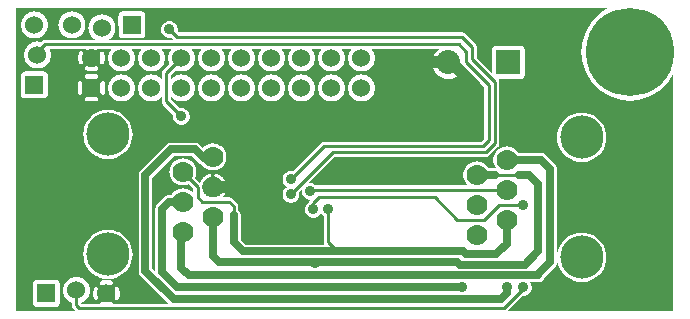
<source format=gbr>
G04 start of page 3 for group 1 idx 1 *
G04 Title: (unknown), solder *
G04 Creator: pcb 20140316 *
G04 CreationDate: Tue 10 May 2016 09:21:36 AM GMT UTC *
G04 For: ndholmes *
G04 Format: Gerber/RS-274X *
G04 PCB-Dimensions (mil): 2220.00 1040.00 *
G04 PCB-Coordinate-Origin: lower left *
%MOIN*%
%FSLAX25Y25*%
%LNBOTTOM*%
%ADD48C,0.0300*%
%ADD47C,0.0480*%
%ADD46C,0.0380*%
%ADD45C,0.1280*%
%ADD44C,0.1285*%
%ADD43C,0.0200*%
%ADD42C,0.0360*%
%ADD41C,0.0700*%
%ADD40C,0.0800*%
%ADD39C,0.0600*%
%ADD38C,0.1440*%
%ADD37C,0.2937*%
%ADD36C,0.0250*%
%ADD35C,0.0400*%
%ADD34C,0.0100*%
%ADD33C,0.0001*%
G54D33*G36*
X96493Y41872D02*X96778Y42157D01*
X96726Y41939D01*
X96691Y41500D01*
X96726Y41061D01*
X96829Y40632D01*
X96997Y40225D01*
X97228Y39849D01*
X97514Y39514D01*
X97849Y39228D01*
X98225Y38997D01*
X98632Y38829D01*
X99061Y38726D01*
X99500Y38691D01*
X99576Y38697D01*
X99481Y38602D01*
X99436Y38564D01*
X99283Y38384D01*
X99159Y38183D01*
X99069Y37965D01*
X99053Y37897D01*
X98849Y37772D01*
X98514Y37486D01*
X98228Y37151D01*
X97997Y36775D01*
X97829Y36368D01*
X97726Y35939D01*
X97691Y35500D01*
X97726Y35061D01*
X97829Y34632D01*
X97997Y34225D01*
X98228Y33849D01*
X98514Y33514D01*
X98849Y33228D01*
X99225Y32997D01*
X99632Y32829D01*
X100061Y32726D01*
X100500Y32691D01*
X100939Y32726D01*
X101368Y32829D01*
X101775Y32997D01*
X102151Y33228D01*
X102486Y33514D01*
X102772Y33849D01*
X103000Y34221D01*
X103228Y33849D01*
X103514Y33514D01*
X103849Y33228D01*
X104000Y33135D01*
Y24559D01*
X103995Y24500D01*
X104014Y24265D01*
X104069Y24035D01*
X104159Y23817D01*
X104200Y23750D01*
X96493D01*
Y41872D01*
G37*
G36*
X116493Y81487D02*X116500Y81486D01*
X117206Y81542D01*
X117895Y81707D01*
X118549Y81978D01*
X119153Y82348D01*
X119692Y82808D01*
X120152Y83347D01*
X120522Y83951D01*
X120793Y84605D01*
X120958Y85294D01*
X121000Y86000D01*
X120958Y86706D01*
X120793Y87395D01*
X120522Y88049D01*
X120152Y88653D01*
X119856Y89000D01*
X142317D01*
X142257Y88963D01*
X141599Y88401D01*
X141037Y87743D01*
X140584Y87005D01*
X140253Y86205D01*
X140051Y85363D01*
X139983Y84500D01*
X140051Y83637D01*
X140253Y82795D01*
X140584Y81995D01*
X141037Y81257D01*
X141599Y80599D01*
X142257Y80037D01*
X142995Y79584D01*
X143795Y79253D01*
X144637Y79051D01*
X145500Y78983D01*
X146363Y79051D01*
X147205Y79253D01*
X148005Y79584D01*
X148743Y80037D01*
X149401Y80599D01*
X149963Y81257D01*
X150416Y81995D01*
X150747Y82795D01*
X150812Y83067D01*
X157500Y76379D01*
Y59121D01*
X156379Y58000D01*
X116493D01*
Y71487D01*
X116500Y71486D01*
X117206Y71542D01*
X117895Y71707D01*
X118549Y71978D01*
X119153Y72348D01*
X119692Y72808D01*
X120152Y73347D01*
X120522Y73951D01*
X120793Y74605D01*
X120958Y75294D01*
X121000Y76000D01*
X120958Y76706D01*
X120793Y77395D01*
X120522Y78049D01*
X120152Y78653D01*
X119692Y79192D01*
X119153Y79652D01*
X118549Y80022D01*
X117895Y80293D01*
X117206Y80458D01*
X116500Y80514D01*
X116493Y80513D01*
Y81487D01*
G37*
G36*
X106493D02*X106500Y81486D01*
X107206Y81542D01*
X107895Y81707D01*
X108549Y81978D01*
X109153Y82348D01*
X109692Y82808D01*
X110152Y83347D01*
X110522Y83951D01*
X110793Y84605D01*
X110958Y85294D01*
X111000Y86000D01*
X110958Y86706D01*
X110793Y87395D01*
X110522Y88049D01*
X110152Y88653D01*
X109856Y89000D01*
X113144D01*
X112848Y88653D01*
X112478Y88049D01*
X112207Y87395D01*
X112042Y86706D01*
X111986Y86000D01*
X112042Y85294D01*
X112207Y84605D01*
X112478Y83951D01*
X112848Y83347D01*
X113308Y82808D01*
X113847Y82348D01*
X114451Y81978D01*
X115105Y81707D01*
X115794Y81542D01*
X116493Y81487D01*
Y80513D01*
X115794Y80458D01*
X115105Y80293D01*
X114451Y80022D01*
X113847Y79652D01*
X113308Y79192D01*
X112848Y78653D01*
X112478Y78049D01*
X112207Y77395D01*
X112042Y76706D01*
X111986Y76000D01*
X112042Y75294D01*
X112207Y74605D01*
X112478Y73951D01*
X112848Y73347D01*
X113308Y72808D01*
X113847Y72348D01*
X114451Y71978D01*
X115105Y71707D01*
X115794Y71542D01*
X116493Y71487D01*
Y58000D01*
X106493D01*
Y71487D01*
X106500Y71486D01*
X107206Y71542D01*
X107895Y71707D01*
X108549Y71978D01*
X109153Y72348D01*
X109692Y72808D01*
X110152Y73347D01*
X110522Y73951D01*
X110793Y74605D01*
X110958Y75294D01*
X111000Y76000D01*
X110958Y76706D01*
X110793Y77395D01*
X110522Y78049D01*
X110152Y78653D01*
X109692Y79192D01*
X109153Y79652D01*
X108549Y80022D01*
X107895Y80293D01*
X107206Y80458D01*
X106500Y80514D01*
X106493Y80513D01*
Y81487D01*
G37*
G36*
X96493D02*X96500Y81486D01*
X97206Y81542D01*
X97895Y81707D01*
X98549Y81978D01*
X99153Y82348D01*
X99692Y82808D01*
X100152Y83347D01*
X100522Y83951D01*
X100793Y84605D01*
X100958Y85294D01*
X101000Y86000D01*
X100958Y86706D01*
X100793Y87395D01*
X100522Y88049D01*
X100152Y88653D01*
X99856Y89000D01*
X103144D01*
X102848Y88653D01*
X102478Y88049D01*
X102207Y87395D01*
X102042Y86706D01*
X101986Y86000D01*
X102042Y85294D01*
X102207Y84605D01*
X102478Y83951D01*
X102848Y83347D01*
X103308Y82808D01*
X103847Y82348D01*
X104451Y81978D01*
X105105Y81707D01*
X105794Y81542D01*
X106493Y81487D01*
Y80513D01*
X105794Y80458D01*
X105105Y80293D01*
X104451Y80022D01*
X103847Y79652D01*
X103308Y79192D01*
X102848Y78653D01*
X102478Y78049D01*
X102207Y77395D01*
X102042Y76706D01*
X101986Y76000D01*
X102042Y75294D01*
X102207Y74605D01*
X102478Y73951D01*
X102848Y73347D01*
X103308Y72808D01*
X103847Y72348D01*
X104451Y71978D01*
X105105Y71707D01*
X105794Y71542D01*
X106493Y71487D01*
Y58000D01*
X104059D01*
X104000Y58005D01*
X103765Y57986D01*
X103535Y57931D01*
X103317Y57841D01*
X103116Y57717D01*
X103115Y57717D01*
X102936Y57564D01*
X102898Y57519D01*
X96493Y51114D01*
Y71487D01*
X96500Y71486D01*
X97206Y71542D01*
X97895Y71707D01*
X98549Y71978D01*
X99153Y72348D01*
X99692Y72808D01*
X100152Y73347D01*
X100522Y73951D01*
X100793Y74605D01*
X100958Y75294D01*
X101000Y76000D01*
X100958Y76706D01*
X100793Y77395D01*
X100522Y78049D01*
X100152Y78653D01*
X99692Y79192D01*
X99153Y79652D01*
X98549Y80022D01*
X97895Y80293D01*
X97206Y80458D01*
X96500Y80514D01*
X96493Y80513D01*
Y81487D01*
G37*
G36*
X86493D02*X86500Y81486D01*
X87206Y81542D01*
X87895Y81707D01*
X88549Y81978D01*
X89153Y82348D01*
X89692Y82808D01*
X90152Y83347D01*
X90522Y83951D01*
X90793Y84605D01*
X90958Y85294D01*
X91000Y86000D01*
X90958Y86706D01*
X90793Y87395D01*
X90522Y88049D01*
X90152Y88653D01*
X89856Y89000D01*
X93144D01*
X92848Y88653D01*
X92478Y88049D01*
X92207Y87395D01*
X92042Y86706D01*
X91986Y86000D01*
X92042Y85294D01*
X92207Y84605D01*
X92478Y83951D01*
X92848Y83347D01*
X93308Y82808D01*
X93847Y82348D01*
X94451Y81978D01*
X95105Y81707D01*
X95794Y81542D01*
X96493Y81487D01*
Y80513D01*
X95794Y80458D01*
X95105Y80293D01*
X94451Y80022D01*
X93847Y79652D01*
X93308Y79192D01*
X92848Y78653D01*
X92478Y78049D01*
X92207Y77395D01*
X92042Y76706D01*
X91986Y76000D01*
X92042Y75294D01*
X92207Y74605D01*
X92478Y73951D01*
X92848Y73347D01*
X93308Y72808D01*
X93847Y72348D01*
X94451Y71978D01*
X95105Y71707D01*
X95794Y71542D01*
X96493Y71487D01*
Y51114D01*
X93611Y48233D01*
X93439Y48274D01*
X93000Y48309D01*
X92561Y48274D01*
X92132Y48171D01*
X91725Y48003D01*
X91349Y47772D01*
X91014Y47486D01*
X90728Y47151D01*
X90497Y46775D01*
X90329Y46368D01*
X90226Y45939D01*
X90191Y45500D01*
X90226Y45061D01*
X90329Y44632D01*
X90497Y44225D01*
X90728Y43849D01*
X91014Y43514D01*
X91349Y43228D01*
X91721Y43000D01*
X91349Y42772D01*
X91014Y42486D01*
X90728Y42151D01*
X90497Y41775D01*
X90329Y41368D01*
X90226Y40939D01*
X90191Y40500D01*
X90226Y40061D01*
X90329Y39632D01*
X90497Y39225D01*
X90728Y38849D01*
X91014Y38514D01*
X91349Y38228D01*
X91725Y37997D01*
X92132Y37829D01*
X92561Y37726D01*
X93000Y37691D01*
X93439Y37726D01*
X93868Y37829D01*
X94275Y37997D01*
X94651Y38228D01*
X94986Y38514D01*
X95272Y38849D01*
X95503Y39225D01*
X95671Y39632D01*
X95774Y40061D01*
X95800Y40500D01*
X95774Y40939D01*
X95733Y41111D01*
X96493Y41872D01*
Y23750D01*
X86493D01*
Y71487D01*
X86500Y71486D01*
X87206Y71542D01*
X87895Y71707D01*
X88549Y71978D01*
X89153Y72348D01*
X89692Y72808D01*
X90152Y73347D01*
X90522Y73951D01*
X90793Y74605D01*
X90958Y75294D01*
X91000Y76000D01*
X90958Y76706D01*
X90793Y77395D01*
X90522Y78049D01*
X90152Y78653D01*
X89692Y79192D01*
X89153Y79652D01*
X88549Y80022D01*
X87895Y80293D01*
X87206Y80458D01*
X86500Y80514D01*
X86493Y80513D01*
Y81487D01*
G37*
G36*
X76493D02*X76500Y81486D01*
X77206Y81542D01*
X77895Y81707D01*
X78549Y81978D01*
X79153Y82348D01*
X79692Y82808D01*
X80152Y83347D01*
X80522Y83951D01*
X80793Y84605D01*
X80958Y85294D01*
X81000Y86000D01*
X80958Y86706D01*
X80793Y87395D01*
X80522Y88049D01*
X80152Y88653D01*
X79856Y89000D01*
X83144D01*
X82848Y88653D01*
X82478Y88049D01*
X82207Y87395D01*
X82042Y86706D01*
X81986Y86000D01*
X82042Y85294D01*
X82207Y84605D01*
X82478Y83951D01*
X82848Y83347D01*
X83308Y82808D01*
X83847Y82348D01*
X84451Y81978D01*
X85105Y81707D01*
X85794Y81542D01*
X86493Y81487D01*
Y80513D01*
X85794Y80458D01*
X85105Y80293D01*
X84451Y80022D01*
X83847Y79652D01*
X83308Y79192D01*
X82848Y78653D01*
X82478Y78049D01*
X82207Y77395D01*
X82042Y76706D01*
X81986Y76000D01*
X82042Y75294D01*
X82207Y74605D01*
X82478Y73951D01*
X82848Y73347D01*
X83308Y72808D01*
X83847Y72348D01*
X84451Y71978D01*
X85105Y71707D01*
X85794Y71542D01*
X86493Y71487D01*
Y23750D01*
X77932D01*
X76493Y25189D01*
Y71487D01*
X76500Y71486D01*
X77206Y71542D01*
X77895Y71707D01*
X78549Y71978D01*
X79153Y72348D01*
X79692Y72808D01*
X80152Y73347D01*
X80522Y73951D01*
X80793Y74605D01*
X80958Y75294D01*
X81000Y76000D01*
X80958Y76706D01*
X80793Y77395D01*
X80522Y78049D01*
X80152Y78653D01*
X79692Y79192D01*
X79153Y79652D01*
X78549Y80022D01*
X77895Y80293D01*
X77206Y80458D01*
X76500Y80514D01*
X76493Y80513D01*
Y81487D01*
G37*
G36*
X69431Y82585D02*X69692Y82808D01*
X70152Y83347D01*
X70522Y83951D01*
X70793Y84605D01*
X70958Y85294D01*
X71000Y86000D01*
X70958Y86706D01*
X70793Y87395D01*
X70522Y88049D01*
X70152Y88653D01*
X69856Y89000D01*
X73144D01*
X72848Y88653D01*
X72478Y88049D01*
X72207Y87395D01*
X72042Y86706D01*
X71986Y86000D01*
X72042Y85294D01*
X72207Y84605D01*
X72478Y83951D01*
X72848Y83347D01*
X73308Y82808D01*
X73847Y82348D01*
X74451Y81978D01*
X75105Y81707D01*
X75794Y81542D01*
X76493Y81487D01*
Y80513D01*
X75794Y80458D01*
X75105Y80293D01*
X74451Y80022D01*
X73847Y79652D01*
X73308Y79192D01*
X72848Y78653D01*
X72478Y78049D01*
X72207Y77395D01*
X72042Y76706D01*
X71986Y76000D01*
X72042Y75294D01*
X72207Y74605D01*
X72478Y73951D01*
X72848Y73347D01*
X73308Y72808D01*
X73847Y72348D01*
X74451Y71978D01*
X75105Y71707D01*
X75794Y71542D01*
X76493Y71487D01*
Y25189D01*
X76250Y25432D01*
Y33500D01*
X76229Y33853D01*
X76146Y34197D01*
X76011Y34525D01*
X75826Y34827D01*
X75596Y35096D01*
X75500Y35178D01*
Y36441D01*
X75505Y36500D01*
X75486Y36735D01*
X75486Y36735D01*
X75431Y36965D01*
X75341Y37183D01*
X75217Y37384D01*
X75064Y37564D01*
X75019Y37602D01*
X73602Y39019D01*
X73564Y39064D01*
X73384Y39217D01*
X73183Y39341D01*
X72965Y39431D01*
X72735Y39486D01*
X72500Y39505D01*
X72441Y39500D01*
X69831D01*
X69889Y39544D01*
X70185Y39815D01*
X70456Y40111D01*
X70700Y40431D01*
X70914Y40771D01*
X71097Y41128D01*
X71248Y41501D01*
X71364Y41886D01*
X71379Y41964D01*
X71380Y42043D01*
X71368Y42121D01*
X71345Y42197D01*
X71310Y42268D01*
X71264Y42333D01*
X71209Y42390D01*
X71146Y42437D01*
X71076Y42474D01*
X71001Y42500D01*
X70923Y42513D01*
X70843Y42514D01*
X70765Y42503D01*
X70689Y42480D01*
X70618Y42445D01*
X70553Y42399D01*
X70496Y42344D01*
X70449Y42280D01*
X70412Y42210D01*
X70388Y42135D01*
X70301Y41835D01*
X70184Y41546D01*
X70041Y41268D01*
X69875Y41004D01*
X69686Y40756D01*
X69475Y40525D01*
X69431Y40485D01*
Y45515D01*
X69475Y45475D01*
X69686Y45244D01*
X69875Y44996D01*
X70041Y44732D01*
X70184Y44454D01*
X70301Y44165D01*
X70391Y43866D01*
X70415Y43791D01*
X70452Y43721D01*
X70499Y43658D01*
X70555Y43604D01*
X70620Y43558D01*
X70690Y43524D01*
X70766Y43500D01*
X70843Y43489D01*
X70922Y43490D01*
X71000Y43504D01*
X71074Y43529D01*
X71144Y43566D01*
X71207Y43613D01*
X71262Y43669D01*
X71307Y43734D01*
X71342Y43804D01*
X71365Y43880D01*
X71376Y43957D01*
X71375Y44036D01*
X71360Y44113D01*
X71248Y44499D01*
X71097Y44872D01*
X70914Y45229D01*
X70700Y45569D01*
X70456Y45889D01*
X70185Y46185D01*
X69889Y46456D01*
X69569Y46700D01*
X69431Y46787D01*
Y49212D01*
X69653Y49348D01*
X70192Y49808D01*
X70652Y50347D01*
X71022Y50951D01*
X71293Y51605D01*
X71458Y52294D01*
X71500Y53000D01*
X71458Y53706D01*
X71293Y54395D01*
X71022Y55049D01*
X70652Y55653D01*
X70192Y56192D01*
X69653Y56652D01*
X69431Y56788D01*
Y72585D01*
X69692Y72808D01*
X70152Y73347D01*
X70522Y73951D01*
X70793Y74605D01*
X70958Y75294D01*
X71000Y76000D01*
X70958Y76706D01*
X70793Y77395D01*
X70522Y78049D01*
X70152Y78653D01*
X69692Y79192D01*
X69431Y79415D01*
Y82585D01*
G37*
G36*
Y56788D02*X69049Y57022D01*
X68395Y57293D01*
X67706Y57458D01*
X67000Y57514D01*
X66493Y57474D01*
Y71487D01*
X66500Y71486D01*
X67206Y71542D01*
X67895Y71707D01*
X68549Y71978D01*
X69153Y72348D01*
X69431Y72585D01*
Y56788D01*
G37*
G36*
Y40485D02*X69244Y40314D01*
X68996Y40125D01*
X68732Y39959D01*
X68454Y39816D01*
X68165Y39699D01*
X67866Y39609D01*
X67791Y39585D01*
X67721Y39548D01*
X67658Y39501D01*
X67657Y39500D01*
X66493D01*
Y46744D01*
X66500Y46766D01*
X66511Y46844D01*
X66510Y46922D01*
X66496Y47000D01*
X66493Y47009D01*
Y48526D01*
X67000Y48486D01*
X67706Y48542D01*
X68395Y48707D01*
X69049Y48978D01*
X69431Y49212D01*
Y46787D01*
X69229Y46914D01*
X68872Y47097D01*
X68499Y47248D01*
X68114Y47364D01*
X68036Y47379D01*
X67957Y47380D01*
X67879Y47368D01*
X67803Y47345D01*
X67732Y47310D01*
X67667Y47264D01*
X67610Y47209D01*
X67563Y47146D01*
X67526Y47076D01*
X67500Y47001D01*
X67487Y46923D01*
X67486Y46843D01*
X67497Y46765D01*
X67520Y46689D01*
X67555Y46618D01*
X67601Y46553D01*
X67656Y46496D01*
X67720Y46449D01*
X67790Y46412D01*
X67865Y46388D01*
X68165Y46301D01*
X68454Y46184D01*
X68732Y46041D01*
X68996Y45875D01*
X69244Y45686D01*
X69431Y45515D01*
Y40485D01*
G37*
G36*
X66493Y81487D02*X66500Y81486D01*
X67206Y81542D01*
X67895Y81707D01*
X68549Y81978D01*
X69153Y82348D01*
X69431Y82585D01*
Y79415D01*
X69153Y79652D01*
X68549Y80022D01*
X67895Y80293D01*
X67206Y80458D01*
X66500Y80514D01*
X66493Y80513D01*
Y81487D01*
G37*
G36*
Y47009D02*X66471Y47074D01*
X66434Y47144D01*
X66387Y47207D01*
X66331Y47262D01*
X66266Y47307D01*
X66196Y47342D01*
X66120Y47365D01*
X66043Y47376D01*
X65964Y47375D01*
X65887Y47360D01*
X65501Y47248D01*
X65128Y47097D01*
X64771Y46914D01*
X64431Y46700D01*
X64111Y46456D01*
X63815Y46185D01*
X63544Y45889D01*
X63300Y45569D01*
X63086Y45229D01*
X62903Y44872D01*
X62752Y44499D01*
X62722Y44399D01*
X61065Y46056D01*
X61293Y46605D01*
X61458Y47294D01*
X61500Y48000D01*
X61458Y48706D01*
X61293Y49395D01*
X61022Y50049D01*
X60652Y50653D01*
X60192Y51192D01*
X59653Y51652D01*
X59049Y52022D01*
X58395Y52293D01*
X57706Y52458D01*
X57000Y52514D01*
X56294Y52458D01*
X55605Y52293D01*
X54951Y52022D01*
X54347Y51652D01*
X53808Y51192D01*
X53348Y50653D01*
X52978Y50049D01*
X52707Y49395D01*
X52542Y48706D01*
X52486Y48000D01*
X52542Y47294D01*
X52707Y46605D01*
X52978Y45951D01*
X53348Y45347D01*
X53808Y44808D01*
X54347Y44348D01*
X54951Y43978D01*
X55605Y43707D01*
X56294Y43542D01*
X57000Y43486D01*
X57706Y43542D01*
X58395Y43707D01*
X58944Y43935D01*
X60500Y42379D01*
Y40831D01*
X60192Y41192D01*
X59653Y41652D01*
X59049Y42022D01*
X58395Y42293D01*
X57706Y42458D01*
X57000Y42514D01*
X56294Y42458D01*
X55605Y42293D01*
X54951Y42022D01*
X54347Y41652D01*
X53808Y41192D01*
X53348Y40653D01*
X53101Y40250D01*
X52588D01*
X52500Y40257D01*
X52147Y40229D01*
X51803Y40146D01*
X51475Y40011D01*
X51173Y39826D01*
X51173Y39826D01*
X50904Y39596D01*
X50847Y39529D01*
X48471Y37153D01*
X48404Y37096D01*
X48174Y36827D01*
X47989Y36525D01*
X47854Y36197D01*
X47771Y35853D01*
X47771Y35853D01*
X47743Y35500D01*
X47750Y35412D01*
Y14932D01*
X46750Y15932D01*
Y46068D01*
X53932Y53250D01*
X60068D01*
X62347Y50971D01*
X62404Y50904D01*
X62673Y50674D01*
X62673Y50674D01*
X62861Y50559D01*
X62975Y50489D01*
X63303Y50354D01*
X63353Y50341D01*
X63808Y49808D01*
X64347Y49348D01*
X64951Y48978D01*
X65605Y48707D01*
X66294Y48542D01*
X66493Y48526D01*
Y47009D01*
G37*
G36*
Y39500D02*X66347D01*
X66344Y39504D01*
X66280Y39551D01*
X66210Y39588D01*
X66135Y39612D01*
X65835Y39699D01*
X65546Y39816D01*
X65268Y39959D01*
X65004Y40125D01*
X64756Y40314D01*
X64525Y40525D01*
X64314Y40756D01*
X64125Y41004D01*
X63959Y41268D01*
X63816Y41546D01*
X63699Y41835D01*
X63609Y42134D01*
X63585Y42209D01*
X63548Y42279D01*
X63501Y42342D01*
X63500Y42343D01*
Y42941D01*
X63505Y43000D01*
X63486Y43235D01*
X63486Y43235D01*
X63431Y43465D01*
X63391Y43562D01*
X63447Y43601D01*
X63504Y43656D01*
X63551Y43720D01*
X63588Y43790D01*
X63612Y43865D01*
X63699Y44165D01*
X63816Y44454D01*
X63959Y44732D01*
X64125Y44996D01*
X64314Y45244D01*
X64525Y45475D01*
X64756Y45686D01*
X65004Y45875D01*
X65268Y46041D01*
X65546Y46184D01*
X65835Y46301D01*
X66134Y46391D01*
X66209Y46415D01*
X66279Y46452D01*
X66342Y46499D01*
X66396Y46555D01*
X66442Y46620D01*
X66476Y46690D01*
X66493Y46744D01*
Y39500D01*
G37*
G36*
X42000Y75824D02*X42042Y75294D01*
X42207Y74605D01*
X42478Y73951D01*
X42848Y73347D01*
X43308Y72808D01*
X43847Y72348D01*
X44451Y71978D01*
X45105Y71707D01*
X45794Y71542D01*
X46500Y71486D01*
X47206Y71542D01*
X47895Y71707D01*
X48549Y71978D01*
X49153Y72348D01*
X49692Y72808D01*
X50000Y73169D01*
Y71559D01*
X49995Y71500D01*
X50014Y71265D01*
X50069Y71035D01*
X50159Y70817D01*
X50283Y70616D01*
X50436Y70436D01*
X50481Y70398D01*
X53767Y67111D01*
X53726Y66939D01*
X53691Y66500D01*
X53726Y66061D01*
X53829Y65632D01*
X53997Y65225D01*
X54228Y64849D01*
X54514Y64514D01*
X54849Y64228D01*
X55225Y63997D01*
X55632Y63829D01*
X56061Y63726D01*
X56500Y63691D01*
X56939Y63726D01*
X57368Y63829D01*
X57775Y63997D01*
X58151Y64228D01*
X58486Y64514D01*
X58772Y64849D01*
X59003Y65225D01*
X59171Y65632D01*
X59274Y66061D01*
X59300Y66500D01*
X59274Y66939D01*
X59171Y67368D01*
X59003Y67775D01*
X58772Y68151D01*
X58486Y68486D01*
X58151Y68772D01*
X57775Y69003D01*
X57368Y69171D01*
X56939Y69274D01*
X56500Y69309D01*
X56061Y69274D01*
X55889Y69233D01*
X53000Y72121D01*
Y73169D01*
X53308Y72808D01*
X53847Y72348D01*
X54451Y71978D01*
X55105Y71707D01*
X55794Y71542D01*
X56500Y71486D01*
X57206Y71542D01*
X57895Y71707D01*
X58549Y71978D01*
X59153Y72348D01*
X59692Y72808D01*
X60152Y73347D01*
X60522Y73951D01*
X60793Y74605D01*
X60958Y75294D01*
X61000Y76000D01*
X60958Y76706D01*
X60793Y77395D01*
X60522Y78049D01*
X60152Y78653D01*
X59692Y79192D01*
X59153Y79652D01*
X58549Y80022D01*
X57895Y80293D01*
X57206Y80458D01*
X56500Y80514D01*
X55794Y80458D01*
X55105Y80293D01*
X54451Y80022D01*
X53847Y79652D01*
X53308Y79192D01*
X53000Y78831D01*
Y80379D01*
X54556Y81935D01*
X55105Y81707D01*
X55794Y81542D01*
X56500Y81486D01*
X57206Y81542D01*
X57895Y81707D01*
X58549Y81978D01*
X59153Y82348D01*
X59692Y82808D01*
X60152Y83347D01*
X60522Y83951D01*
X60793Y84605D01*
X60958Y85294D01*
X61000Y86000D01*
X60958Y86706D01*
X60793Y87395D01*
X60522Y88049D01*
X60152Y88653D01*
X59856Y89000D01*
X63144D01*
X62848Y88653D01*
X62478Y88049D01*
X62207Y87395D01*
X62042Y86706D01*
X61986Y86000D01*
X62042Y85294D01*
X62207Y84605D01*
X62478Y83951D01*
X62848Y83347D01*
X63308Y82808D01*
X63847Y82348D01*
X64451Y81978D01*
X65105Y81707D01*
X65794Y81542D01*
X66493Y81487D01*
Y80513D01*
X65794Y80458D01*
X65105Y80293D01*
X64451Y80022D01*
X63847Y79652D01*
X63308Y79192D01*
X62848Y78653D01*
X62478Y78049D01*
X62207Y77395D01*
X62042Y76706D01*
X61986Y76000D01*
X62042Y75294D01*
X62207Y74605D01*
X62478Y73951D01*
X62848Y73347D01*
X63308Y72808D01*
X63847Y72348D01*
X64451Y71978D01*
X65105Y71707D01*
X65794Y71542D01*
X66493Y71487D01*
Y57474D01*
X66294Y57458D01*
X65605Y57293D01*
X64951Y57022D01*
X64347Y56652D01*
X63808Y56192D01*
X63662Y56020D01*
X62653Y57029D01*
X62596Y57096D01*
X62327Y57326D01*
X62327Y57326D01*
X62212Y57396D01*
X62025Y57511D01*
X61793Y57607D01*
X61697Y57646D01*
X61353Y57729D01*
X61000Y57757D01*
X60912Y57750D01*
X53088D01*
X53000Y57757D01*
X52647Y57729D01*
X52303Y57646D01*
X51975Y57511D01*
X51673Y57326D01*
X51673Y57326D01*
X51404Y57096D01*
X51347Y57029D01*
X42971Y48653D01*
X42904Y48596D01*
X42674Y48327D01*
X42489Y48025D01*
X42354Y47697D01*
X42271Y47353D01*
X42271Y47353D01*
X42243Y47000D01*
X42250Y46912D01*
Y15088D01*
X42243Y15000D01*
X42271Y14647D01*
X42354Y14303D01*
X42489Y13975D01*
X42674Y13673D01*
X42674Y13673D01*
X42904Y13404D01*
X42971Y13347D01*
X52318Y4000D01*
X42000D01*
Y52385D01*
X42061Y52439D01*
X44061Y54439D01*
X44217Y54616D01*
X44341Y54817D01*
X44431Y55035D01*
X44486Y55265D01*
X44505Y55500D01*
X44486Y55735D01*
X44431Y55965D01*
X44341Y56183D01*
X44217Y56384D01*
X44064Y56564D01*
X43884Y56717D01*
X43683Y56841D01*
X43465Y56931D01*
X43235Y56986D01*
X43000Y57005D01*
X42765Y56986D01*
X42535Y56931D01*
X42317Y56841D01*
X42116Y56717D01*
X42000Y56615D01*
Y75824D01*
G37*
G36*
Y85824D02*X42042Y85294D01*
X42207Y84605D01*
X42478Y83951D01*
X42848Y83347D01*
X43308Y82808D01*
X43847Y82348D01*
X44451Y81978D01*
X45105Y81707D01*
X45794Y81542D01*
X46500Y81486D01*
X47206Y81542D01*
X47895Y81707D01*
X48549Y81978D01*
X49153Y82348D01*
X49692Y82808D01*
X50152Y83347D01*
X50522Y83951D01*
X50793Y84605D01*
X50958Y85294D01*
X51000Y86000D01*
X50958Y86706D01*
X50793Y87395D01*
X50522Y88049D01*
X50152Y88653D01*
X49856Y89000D01*
X53144D01*
X52848Y88653D01*
X52478Y88049D01*
X52207Y87395D01*
X52042Y86706D01*
X51986Y86000D01*
X52042Y85294D01*
X52207Y84605D01*
X52435Y84056D01*
X50481Y82102D01*
X50436Y82064D01*
X50283Y81884D01*
X50159Y81683D01*
X50069Y81465D01*
X50014Y81235D01*
X50014Y81235D01*
X49995Y81000D01*
X50000Y80941D01*
Y78831D01*
X49692Y79192D01*
X49153Y79652D01*
X48549Y80022D01*
X47895Y80293D01*
X47206Y80458D01*
X46500Y80514D01*
X45794Y80458D01*
X45105Y80293D01*
X44451Y80022D01*
X43847Y79652D01*
X43308Y79192D01*
X42848Y78653D01*
X42478Y78049D01*
X42207Y77395D01*
X42042Y76706D01*
X42000Y76176D01*
Y85824D01*
G37*
G36*
Y89000D02*X43144D01*
X42848Y88653D01*
X42478Y88049D01*
X42207Y87395D01*
X42042Y86706D01*
X42000Y86176D01*
Y89000D01*
G37*
G36*
X189912Y86141D02*X189966Y85460D01*
X190561Y82983D01*
X191535Y80630D01*
X192866Y78458D01*
X194521Y76521D01*
X196458Y74866D01*
X198630Y73535D01*
X200983Y72561D01*
X203460Y71966D01*
X206000Y71766D01*
X208540Y71966D01*
X211017Y72561D01*
X213370Y73535D01*
X215542Y74866D01*
X217479Y76521D01*
X219134Y78458D01*
X220465Y80630D01*
X220500Y80716D01*
Y1500D01*
X189912D01*
Y11276D01*
X189925Y11275D01*
X191212Y11376D01*
X192467Y11677D01*
X193659Y12171D01*
X194760Y12846D01*
X195741Y13684D01*
X196579Y14665D01*
X197254Y15766D01*
X197748Y16958D01*
X198049Y18213D01*
X198125Y19500D01*
X198049Y20787D01*
X197748Y22042D01*
X197254Y23234D01*
X196579Y24335D01*
X195741Y25316D01*
X194760Y26154D01*
X193659Y26829D01*
X192467Y27323D01*
X191212Y27624D01*
X189925Y27725D01*
X189912Y27724D01*
Y51276D01*
X189925Y51275D01*
X191212Y51376D01*
X192467Y51677D01*
X193659Y52171D01*
X194760Y52846D01*
X195741Y53684D01*
X196579Y54665D01*
X197254Y55766D01*
X197748Y56958D01*
X198049Y58213D01*
X198125Y59500D01*
X198049Y60787D01*
X197748Y62042D01*
X197254Y63234D01*
X196579Y64335D01*
X195741Y65316D01*
X194760Y66154D01*
X193659Y66829D01*
X192467Y67323D01*
X191212Y67624D01*
X189925Y67725D01*
X189912Y67724D01*
Y86141D01*
G37*
G36*
Y102500D02*X198716D01*
X198630Y102465D01*
X196458Y101134D01*
X194521Y99479D01*
X192866Y97542D01*
X191535Y95370D01*
X190561Y93017D01*
X189966Y90540D01*
X189912Y89859D01*
Y102500D01*
G37*
G36*
Y1500D02*X165121D01*
X170326Y6705D01*
X170500Y6691D01*
X170939Y6726D01*
X171368Y6829D01*
X171775Y6997D01*
X172151Y7228D01*
X172486Y7514D01*
X172772Y7849D01*
X173003Y8225D01*
X173171Y8632D01*
X173274Y9061D01*
X173300Y9500D01*
X173274Y9939D01*
X173171Y10368D01*
X173003Y10775D01*
X172772Y11151D01*
X172688Y11250D01*
X174912D01*
X175000Y11243D01*
X175088Y11250D01*
X175500D01*
X175853Y11271D01*
X176197Y11354D01*
X176525Y11489D01*
X176827Y11674D01*
X177096Y11904D01*
X177326Y12173D01*
X177511Y12475D01*
X177646Y12803D01*
X177698Y13016D01*
X181029Y16347D01*
X181096Y16404D01*
X181326Y16673D01*
X181326Y16673D01*
X181511Y16975D01*
X181646Y17303D01*
X181729Y17647D01*
X181757Y18000D01*
X181750Y18088D01*
Y18861D01*
X181801Y18213D01*
X182102Y16958D01*
X182596Y15766D01*
X183271Y14665D01*
X184109Y13684D01*
X185090Y12846D01*
X186191Y12171D01*
X187383Y11677D01*
X188638Y11376D01*
X189912Y11276D01*
Y1500D01*
G37*
G36*
X152094Y43500D02*X101470D01*
X101151Y43772D01*
X100775Y44003D01*
X100368Y44171D01*
X99939Y44274D01*
X99500Y44309D01*
X99061Y44274D01*
X98843Y44222D01*
X107621Y53000D01*
X157941D01*
X158000Y52995D01*
X158235Y53014D01*
X158235Y53014D01*
X158465Y53069D01*
X158683Y53159D01*
X158884Y53283D01*
X159064Y53436D01*
X159102Y53481D01*
X162019Y56398D01*
X162064Y56436D01*
X162217Y56615D01*
X162217Y56616D01*
X162341Y56817D01*
X162431Y57035D01*
X162486Y57265D01*
X162505Y57500D01*
X162500Y57559D01*
Y77941D01*
X162505Y78000D01*
X162486Y78235D01*
X162431Y78465D01*
X162341Y78683D01*
X162217Y78884D01*
X162118Y79001D01*
X169735Y79014D01*
X169965Y79069D01*
X170183Y79159D01*
X170384Y79283D01*
X170564Y79436D01*
X170717Y79616D01*
X170841Y79817D01*
X170931Y80035D01*
X170986Y80265D01*
X171000Y80500D01*
X170986Y88735D01*
X170931Y88965D01*
X170841Y89183D01*
X170717Y89384D01*
X170564Y89564D01*
X170384Y89717D01*
X170183Y89841D01*
X169965Y89931D01*
X169735Y89986D01*
X169500Y90000D01*
X161265Y89986D01*
X161035Y89931D01*
X160817Y89841D01*
X160616Y89717D01*
X160436Y89564D01*
X160283Y89384D01*
X160159Y89183D01*
X160069Y88965D01*
X160014Y88735D01*
X160000Y88500D01*
X160012Y81109D01*
X155000Y86121D01*
Y89441D01*
X155005Y89500D01*
X154986Y89735D01*
X154931Y89965D01*
X154841Y90183D01*
X154717Y90384D01*
X154564Y90564D01*
X154519Y90602D01*
X151102Y94019D01*
X151064Y94064D01*
X150884Y94217D01*
X150683Y94341D01*
X150465Y94431D01*
X150235Y94486D01*
X150000Y94505D01*
X149941Y94500D01*
X55621D01*
X55233Y94889D01*
X55274Y95061D01*
X55300Y95500D01*
X55274Y95939D01*
X55171Y96368D01*
X55003Y96775D01*
X54772Y97151D01*
X54486Y97486D01*
X54151Y97772D01*
X53775Y98003D01*
X53368Y98171D01*
X52939Y98274D01*
X52500Y98309D01*
X52061Y98274D01*
X51632Y98171D01*
X51225Y98003D01*
X50849Y97772D01*
X50514Y97486D01*
X50228Y97151D01*
X49997Y96775D01*
X49829Y96368D01*
X49726Y95939D01*
X49691Y95500D01*
X49726Y95061D01*
X49829Y94632D01*
X49997Y94225D01*
X50228Y93849D01*
X50514Y93514D01*
X50849Y93228D01*
X51225Y92997D01*
X51632Y92829D01*
X52061Y92726D01*
X52500Y92691D01*
X52939Y92726D01*
X53111Y92767D01*
X53879Y92000D01*
X42000D01*
Y92511D01*
X43235Y92514D01*
X43465Y92569D01*
X43683Y92659D01*
X43884Y92783D01*
X44064Y92936D01*
X44217Y93116D01*
X44341Y93317D01*
X44431Y93535D01*
X44486Y93765D01*
X44500Y94000D01*
X44486Y100235D01*
X44431Y100465D01*
X44341Y100683D01*
X44217Y100884D01*
X44064Y101064D01*
X43884Y101217D01*
X43683Y101341D01*
X43465Y101431D01*
X43235Y101486D01*
X43000Y101500D01*
X42000Y101498D01*
Y102500D01*
X189912D01*
Y89859D01*
X189766Y88000D01*
X189912Y86141D01*
Y67724D01*
X188638Y67624D01*
X187383Y67323D01*
X186191Y66829D01*
X185090Y66154D01*
X184109Y65316D01*
X183271Y64335D01*
X182596Y63234D01*
X182102Y62042D01*
X181801Y60787D01*
X181700Y59500D01*
X181801Y58213D01*
X182102Y56958D01*
X182596Y55766D01*
X183271Y54665D01*
X184109Y53684D01*
X185090Y52846D01*
X186191Y52171D01*
X187383Y51677D01*
X188638Y51376D01*
X189912Y51276D01*
Y27724D01*
X188638Y27624D01*
X187383Y27323D01*
X186191Y26829D01*
X185090Y26154D01*
X184109Y25316D01*
X183271Y24335D01*
X182596Y23234D01*
X182102Y22042D01*
X181801Y20787D01*
X181750Y20139D01*
Y48912D01*
X181757Y49000D01*
X181729Y49353D01*
X181729Y49353D01*
X181646Y49697D01*
X181511Y50025D01*
X181326Y50327D01*
X181096Y50596D01*
X181029Y50653D01*
X178153Y53529D01*
X178096Y53596D01*
X177827Y53826D01*
X177525Y54011D01*
X177197Y54146D01*
X176853Y54229D01*
X176853Y54229D01*
X176500Y54257D01*
X176412Y54250D01*
X168824D01*
X168577Y54653D01*
X168117Y55192D01*
X167578Y55652D01*
X166974Y56022D01*
X166320Y56293D01*
X165631Y56458D01*
X164925Y56514D01*
X164219Y56458D01*
X163530Y56293D01*
X162876Y56022D01*
X162272Y55652D01*
X161733Y55192D01*
X161273Y54653D01*
X160903Y54049D01*
X160632Y53395D01*
X160467Y52706D01*
X160411Y52000D01*
X160467Y51294D01*
X160632Y50605D01*
X160903Y49951D01*
X161273Y49347D01*
X161379Y49223D01*
X161353Y49229D01*
X161000Y49250D01*
X158824D01*
X158577Y49653D01*
X158117Y50192D01*
X157578Y50652D01*
X156974Y51022D01*
X156320Y51293D01*
X155631Y51458D01*
X154925Y51514D01*
X154219Y51458D01*
X153530Y51293D01*
X152876Y51022D01*
X152272Y50652D01*
X151733Y50192D01*
X151273Y49653D01*
X150903Y49049D01*
X150632Y48395D01*
X150467Y47706D01*
X150411Y47000D01*
X150467Y46294D01*
X150632Y45605D01*
X150903Y44951D01*
X151273Y44347D01*
X151733Y43808D01*
X152094Y43500D01*
G37*
G36*
X35113Y81705D02*X35794Y81542D01*
X36500Y81486D01*
X37206Y81542D01*
X37895Y81707D01*
X38549Y81978D01*
X39153Y82348D01*
X39692Y82808D01*
X40152Y83347D01*
X40522Y83951D01*
X40793Y84605D01*
X40958Y85294D01*
X41000Y86000D01*
X40958Y86706D01*
X40793Y87395D01*
X40522Y88049D01*
X40152Y88653D01*
X39856Y89000D01*
X42000D01*
Y86176D01*
X41986Y86000D01*
X42000Y85824D01*
Y76176D01*
X41986Y76000D01*
X42000Y75824D01*
Y56615D01*
X41939Y56561D01*
X39939Y54561D01*
X39783Y54384D01*
X39659Y54183D01*
X39569Y53965D01*
X39514Y53735D01*
X39495Y53500D01*
X39514Y53265D01*
X39569Y53035D01*
X39659Y52817D01*
X39783Y52616D01*
X39936Y52436D01*
X40116Y52283D01*
X40317Y52159D01*
X40535Y52069D01*
X40765Y52014D01*
X41000Y51995D01*
X41235Y52014D01*
X41465Y52069D01*
X41683Y52159D01*
X41884Y52283D01*
X42000Y52385D01*
Y4000D01*
X35113D01*
Y5353D01*
X35156Y5360D01*
X35268Y5397D01*
X35373Y5452D01*
X35468Y5522D01*
X35551Y5606D01*
X35619Y5702D01*
X35670Y5808D01*
X35818Y6216D01*
X35922Y6637D01*
X35984Y7067D01*
X36005Y7500D01*
X35984Y7933D01*
X35922Y8363D01*
X35818Y8784D01*
X35675Y9194D01*
X35622Y9300D01*
X35553Y9396D01*
X35470Y9481D01*
X35375Y9551D01*
X35269Y9606D01*
X35157Y9643D01*
X35113Y9651D01*
Y12914D01*
X35734Y13171D01*
X36835Y13846D01*
X37816Y14684D01*
X38654Y15665D01*
X39329Y16766D01*
X39823Y17958D01*
X40124Y19213D01*
X40200Y20500D01*
X40124Y21787D01*
X39823Y23042D01*
X39329Y24234D01*
X38654Y25335D01*
X37816Y26316D01*
X36835Y27154D01*
X35734Y27829D01*
X35113Y28086D01*
Y52914D01*
X35734Y53171D01*
X36835Y53846D01*
X37816Y54684D01*
X38654Y55665D01*
X39329Y56766D01*
X39823Y57958D01*
X40124Y59213D01*
X40200Y60500D01*
X40124Y61787D01*
X39823Y63042D01*
X39329Y64234D01*
X38654Y65335D01*
X37816Y66316D01*
X36835Y67154D01*
X35734Y67829D01*
X35113Y68086D01*
Y71705D01*
X35794Y71542D01*
X36500Y71486D01*
X37206Y71542D01*
X37895Y71707D01*
X38549Y71978D01*
X39153Y72348D01*
X39692Y72808D01*
X40152Y73347D01*
X40522Y73951D01*
X40793Y74605D01*
X40958Y75294D01*
X41000Y76000D01*
X40958Y76706D01*
X40793Y77395D01*
X40522Y78049D01*
X40152Y78653D01*
X39692Y79192D01*
X39153Y79652D01*
X38549Y80022D01*
X37895Y80293D01*
X37206Y80458D01*
X36500Y80514D01*
X35794Y80458D01*
X35113Y80295D01*
Y81705D01*
G37*
G36*
Y68086D02*X34542Y68323D01*
X33287Y68624D01*
X32000Y68725D01*
X31987Y68724D01*
Y75984D01*
X32042Y75294D01*
X32207Y74605D01*
X32478Y73951D01*
X32848Y73347D01*
X33308Y72808D01*
X33847Y72348D01*
X34451Y71978D01*
X35105Y71707D01*
X35113Y71705D01*
Y68086D01*
G37*
G36*
Y28086D02*X34542Y28323D01*
X33287Y28624D01*
X32000Y28725D01*
X31987Y28724D01*
Y52276D01*
X32000Y52275D01*
X33287Y52376D01*
X34542Y52677D01*
X35113Y52914D01*
Y28086D01*
G37*
G36*
Y4000D02*X33663D01*
X33664Y4079D01*
X33646Y4196D01*
X33610Y4309D01*
X33557Y4415D01*
X33488Y4512D01*
X33405Y4596D01*
X33309Y4667D01*
X33204Y4721D01*
X33092Y4759D01*
X32975Y4778D01*
X32856Y4779D01*
X32739Y4761D01*
X32626Y4723D01*
X32355Y4624D01*
X32075Y4556D01*
X31987Y4543D01*
Y10457D01*
X32075Y10444D01*
X32355Y10376D01*
X32628Y10280D01*
X32739Y10242D01*
X32856Y10225D01*
X32974Y10225D01*
X33091Y10245D01*
X33203Y10282D01*
X33307Y10336D01*
X33402Y10406D01*
X33485Y10491D01*
X33554Y10587D01*
X33607Y10692D01*
X33643Y10805D01*
X33660Y10921D01*
X33659Y11039D01*
X33640Y11156D01*
X33603Y11268D01*
X33548Y11373D01*
X33478Y11468D01*
X33394Y11551D01*
X33298Y11619D01*
X33192Y11670D01*
X32784Y11818D01*
X32363Y11922D01*
X31987Y11976D01*
Y12276D01*
X32000Y12275D01*
X33287Y12376D01*
X34542Y12677D01*
X35113Y12914D01*
Y9651D01*
X35040Y9663D01*
X34921Y9664D01*
X34804Y9646D01*
X34691Y9610D01*
X34585Y9557D01*
X34488Y9488D01*
X34404Y9405D01*
X34333Y9309D01*
X34279Y9204D01*
X34241Y9092D01*
X34222Y8975D01*
X34221Y8856D01*
X34239Y8739D01*
X34277Y8626D01*
X34376Y8355D01*
X34444Y8075D01*
X34486Y7789D01*
X34500Y7500D01*
X34486Y7211D01*
X34444Y6925D01*
X34376Y6645D01*
X34280Y6372D01*
X34242Y6261D01*
X34225Y6144D01*
X34225Y6026D01*
X34245Y5909D01*
X34282Y5797D01*
X34336Y5693D01*
X34406Y5598D01*
X34491Y5515D01*
X34587Y5446D01*
X34692Y5393D01*
X34805Y5357D01*
X34921Y5340D01*
X35039Y5341D01*
X35113Y5353D01*
Y4000D01*
G37*
G36*
X31987Y85984D02*X32042Y85294D01*
X32207Y84605D01*
X32478Y83951D01*
X32848Y83347D01*
X33308Y82808D01*
X33847Y82348D01*
X34451Y81978D01*
X35105Y81707D01*
X35113Y81705D01*
Y80295D01*
X35105Y80293D01*
X34451Y80022D01*
X33847Y79652D01*
X33308Y79192D01*
X32848Y78653D01*
X32478Y78049D01*
X32207Y77395D01*
X32042Y76706D01*
X31987Y76016D01*
Y85984D01*
G37*
G36*
Y89000D02*X33144D01*
X32848Y88653D01*
X32478Y88049D01*
X32207Y87395D01*
X32042Y86706D01*
X31987Y86016D01*
Y89000D01*
G37*
G36*
X42000Y92000D02*X32085D01*
X32653Y92348D01*
X33192Y92808D01*
X33652Y93347D01*
X34022Y93951D01*
X34293Y94605D01*
X34458Y95294D01*
X34500Y96000D01*
X34458Y96706D01*
X34293Y97395D01*
X34022Y98049D01*
X33652Y98653D01*
X33192Y99192D01*
X32653Y99652D01*
X32049Y100022D01*
X31987Y100048D01*
Y102500D01*
X42000D01*
Y101498D01*
X36765Y101486D01*
X36535Y101431D01*
X36317Y101341D01*
X36116Y101217D01*
X35936Y101064D01*
X35783Y100884D01*
X35659Y100683D01*
X35569Y100465D01*
X35514Y100235D01*
X35500Y100000D01*
X35514Y93765D01*
X35569Y93535D01*
X35659Y93317D01*
X35783Y93116D01*
X35936Y92936D01*
X36116Y92783D01*
X36317Y92659D01*
X36535Y92569D01*
X36765Y92514D01*
X37000Y92500D01*
X42000Y92511D01*
Y92000D01*
G37*
G36*
X27887Y13403D02*X28266Y13171D01*
X29458Y12677D01*
X30713Y12376D01*
X31987Y12276D01*
Y11976D01*
X31933Y11984D01*
X31500Y12005D01*
X31067Y11984D01*
X30637Y11922D01*
X30216Y11818D01*
X29806Y11675D01*
X29700Y11622D01*
X29604Y11553D01*
X29519Y11470D01*
X29449Y11375D01*
X29394Y11269D01*
X29357Y11157D01*
X29337Y11040D01*
X29336Y10921D01*
X29354Y10804D01*
X29390Y10691D01*
X29443Y10585D01*
X29512Y10488D01*
X29595Y10404D01*
X29691Y10333D01*
X29796Y10279D01*
X29908Y10241D01*
X30025Y10222D01*
X30144Y10221D01*
X30261Y10239D01*
X30374Y10277D01*
X30645Y10376D01*
X30925Y10444D01*
X31211Y10486D01*
X31500Y10500D01*
X31789Y10486D01*
X31987Y10457D01*
Y4543D01*
X31789Y4514D01*
X31500Y4500D01*
X31211Y4514D01*
X30925Y4556D01*
X30645Y4624D01*
X30372Y4720D01*
X30261Y4758D01*
X30144Y4775D01*
X30026Y4775D01*
X29909Y4755D01*
X29797Y4718D01*
X29693Y4664D01*
X29598Y4594D01*
X29515Y4509D01*
X29446Y4413D01*
X29393Y4308D01*
X29357Y4195D01*
X29340Y4079D01*
X29340Y4000D01*
X27887D01*
Y5349D01*
X27960Y5337D01*
X28079Y5336D01*
X28196Y5354D01*
X28309Y5390D01*
X28415Y5443D01*
X28512Y5512D01*
X28596Y5595D01*
X28667Y5691D01*
X28721Y5796D01*
X28759Y5908D01*
X28778Y6025D01*
X28779Y6144D01*
X28761Y6261D01*
X28723Y6374D01*
X28624Y6645D01*
X28556Y6925D01*
X28514Y7211D01*
X28500Y7500D01*
X28514Y7789D01*
X28556Y8075D01*
X28624Y8355D01*
X28720Y8628D01*
X28758Y8739D01*
X28775Y8856D01*
X28775Y8974D01*
X28755Y9091D01*
X28718Y9203D01*
X28664Y9307D01*
X28594Y9402D01*
X28509Y9485D01*
X28413Y9554D01*
X28308Y9607D01*
X28195Y9643D01*
X28079Y9660D01*
X27961Y9659D01*
X27887Y9647D01*
Y13403D01*
G37*
G36*
Y53403D02*X28266Y53171D01*
X29458Y52677D01*
X30713Y52376D01*
X31987Y52276D01*
Y28724D01*
X30713Y28624D01*
X29458Y28323D01*
X28266Y27829D01*
X27887Y27597D01*
Y53403D01*
G37*
G36*
X30250Y89000D02*X31987D01*
Y86016D01*
X31986Y86000D01*
X31987Y85984D01*
Y76016D01*
X31986Y76000D01*
X31987Y75984D01*
Y68724D01*
X30713Y68624D01*
X30250Y68513D01*
Y73748D01*
X30368Y73757D01*
X30482Y73785D01*
X30592Y73830D01*
X30692Y73891D01*
X30782Y73968D01*
X30859Y74058D01*
X30920Y74158D01*
X30965Y74268D01*
X30993Y74382D01*
X31000Y74500D01*
Y77500D01*
X30993Y77618D01*
X30965Y77732D01*
X30920Y77842D01*
X30859Y77942D01*
X30782Y78032D01*
X30692Y78109D01*
X30592Y78170D01*
X30482Y78215D01*
X30368Y78243D01*
X30250Y78252D01*
Y83891D01*
X30268Y83897D01*
X30373Y83952D01*
X30468Y84022D01*
X30551Y84106D01*
X30619Y84202D01*
X30670Y84308D01*
X30818Y84716D01*
X30922Y85137D01*
X30984Y85567D01*
X31005Y86000D01*
X30984Y86433D01*
X30922Y86863D01*
X30818Y87284D01*
X30675Y87694D01*
X30622Y87800D01*
X30553Y87896D01*
X30470Y87981D01*
X30375Y88051D01*
X30269Y88106D01*
X30250Y88112D01*
Y89000D01*
G37*
G36*
X27887Y88725D02*X27974Y88725D01*
X28091Y88745D01*
X28203Y88782D01*
X28307Y88836D01*
X28402Y88906D01*
X28485Y88991D01*
X28492Y89000D01*
X30250D01*
Y88112D01*
X30157Y88143D01*
X30040Y88163D01*
X29921Y88164D01*
X29804Y88146D01*
X29691Y88110D01*
X29585Y88057D01*
X29488Y87988D01*
X29404Y87905D01*
X29333Y87809D01*
X29279Y87704D01*
X29241Y87592D01*
X29222Y87475D01*
X29221Y87356D01*
X29239Y87239D01*
X29277Y87126D01*
X29376Y86855D01*
X29444Y86575D01*
X29486Y86289D01*
X29500Y86000D01*
X29486Y85711D01*
X29444Y85425D01*
X29376Y85145D01*
X29280Y84872D01*
X29242Y84761D01*
X29225Y84644D01*
X29225Y84526D01*
X29245Y84409D01*
X29282Y84297D01*
X29336Y84193D01*
X29406Y84098D01*
X29491Y84015D01*
X29587Y83946D01*
X29692Y83893D01*
X29805Y83857D01*
X29921Y83840D01*
X30039Y83841D01*
X30156Y83860D01*
X30250Y83891D01*
Y78252D01*
X30132Y78243D01*
X30018Y78215D01*
X29908Y78170D01*
X29808Y78109D01*
X29718Y78032D01*
X29641Y77942D01*
X29580Y77842D01*
X29535Y77732D01*
X29507Y77618D01*
X29500Y77500D01*
Y74500D01*
X29507Y74382D01*
X29535Y74268D01*
X29580Y74158D01*
X29641Y74058D01*
X29718Y73968D01*
X29808Y73891D01*
X29908Y73830D01*
X30018Y73785D01*
X30132Y73757D01*
X30250Y73748D01*
Y68513D01*
X29458Y68323D01*
X28266Y67829D01*
X27887Y67597D01*
Y71500D01*
X28000D01*
X28118Y71507D01*
X28232Y71535D01*
X28342Y71580D01*
X28442Y71641D01*
X28532Y71718D01*
X28609Y71808D01*
X28670Y71908D01*
X28715Y72018D01*
X28743Y72132D01*
X28752Y72250D01*
X28743Y72368D01*
X28715Y72482D01*
X28670Y72592D01*
X28609Y72692D01*
X28532Y72782D01*
X28442Y72859D01*
X28342Y72920D01*
X28232Y72965D01*
X28118Y72993D01*
X28000Y73000D01*
X27887D01*
Y79000D01*
X28000D01*
X28118Y79007D01*
X28232Y79035D01*
X28342Y79080D01*
X28442Y79141D01*
X28532Y79218D01*
X28609Y79308D01*
X28670Y79408D01*
X28715Y79518D01*
X28743Y79632D01*
X28752Y79750D01*
X28743Y79868D01*
X28715Y79982D01*
X28670Y80092D01*
X28609Y80192D01*
X28532Y80282D01*
X28442Y80359D01*
X28342Y80420D01*
X28232Y80465D01*
X28118Y80493D01*
X28000Y80500D01*
X27887D01*
Y81718D01*
X28194Y81825D01*
X28300Y81878D01*
X28396Y81947D01*
X28481Y82030D01*
X28551Y82125D01*
X28606Y82231D01*
X28643Y82343D01*
X28663Y82460D01*
X28664Y82579D01*
X28646Y82696D01*
X28610Y82809D01*
X28557Y82915D01*
X28488Y83012D01*
X28405Y83096D01*
X28309Y83167D01*
X28204Y83221D01*
X28092Y83259D01*
X27975Y83278D01*
X27887Y83279D01*
Y88725D01*
G37*
G36*
X22750Y89000D02*X24504D01*
X24512Y88988D01*
X24595Y88904D01*
X24691Y88833D01*
X24796Y88779D01*
X24908Y88741D01*
X25025Y88722D01*
X25144Y88721D01*
X25261Y88739D01*
X25374Y88777D01*
X25645Y88876D01*
X25925Y88944D01*
X26211Y88986D01*
X26500Y89000D01*
X26789Y88986D01*
X27075Y88944D01*
X27355Y88876D01*
X27628Y88780D01*
X27739Y88742D01*
X27856Y88725D01*
X27887Y88725D01*
Y83279D01*
X27856Y83279D01*
X27739Y83261D01*
X27626Y83223D01*
X27355Y83124D01*
X27075Y83056D01*
X26789Y83014D01*
X26500Y83000D01*
X26211Y83014D01*
X25925Y83056D01*
X25645Y83124D01*
X25372Y83220D01*
X25261Y83258D01*
X25144Y83275D01*
X25026Y83275D01*
X24909Y83255D01*
X24797Y83218D01*
X24693Y83164D01*
X24598Y83094D01*
X24515Y83009D01*
X24446Y82913D01*
X24393Y82808D01*
X24357Y82695D01*
X24340Y82579D01*
X24341Y82461D01*
X24360Y82344D01*
X24397Y82232D01*
X24452Y82127D01*
X24522Y82032D01*
X24606Y81949D01*
X24702Y81881D01*
X24808Y81830D01*
X25216Y81682D01*
X25637Y81578D01*
X26067Y81516D01*
X26500Y81495D01*
X26933Y81516D01*
X27363Y81578D01*
X27784Y81682D01*
X27887Y81718D01*
Y80500D01*
X25000D01*
X24882Y80493D01*
X24768Y80465D01*
X24658Y80420D01*
X24558Y80359D01*
X24468Y80282D01*
X24391Y80192D01*
X24330Y80092D01*
X24285Y79982D01*
X24257Y79868D01*
X24248Y79750D01*
X24257Y79632D01*
X24285Y79518D01*
X24330Y79408D01*
X24391Y79308D01*
X24468Y79218D01*
X24558Y79141D01*
X24658Y79080D01*
X24768Y79035D01*
X24882Y79007D01*
X25000Y79000D01*
X27887D01*
Y73000D01*
X25000D01*
X24882Y72993D01*
X24768Y72965D01*
X24658Y72920D01*
X24558Y72859D01*
X24468Y72782D01*
X24391Y72692D01*
X24330Y72592D01*
X24285Y72482D01*
X24257Y72368D01*
X24248Y72250D01*
X24257Y72132D01*
X24285Y72018D01*
X24330Y71908D01*
X24391Y71808D01*
X24468Y71718D01*
X24558Y71641D01*
X24658Y71580D01*
X24768Y71535D01*
X24882Y71507D01*
X25000Y71500D01*
X27887D01*
Y67597D01*
X27165Y67154D01*
X26184Y66316D01*
X25346Y65335D01*
X24671Y64234D01*
X24177Y63042D01*
X23876Y61787D01*
X23775Y60500D01*
X23876Y59213D01*
X24177Y57958D01*
X24671Y56766D01*
X25346Y55665D01*
X26184Y54684D01*
X27165Y53846D01*
X27887Y53403D01*
Y27597D01*
X27165Y27154D01*
X26184Y26316D01*
X25346Y25335D01*
X24671Y24234D01*
X24177Y23042D01*
X23876Y21787D01*
X23775Y20500D01*
X23876Y19213D01*
X24177Y17958D01*
X24671Y16766D01*
X25346Y15665D01*
X26184Y14684D01*
X27165Y13846D01*
X27887Y13403D01*
Y9647D01*
X27844Y9640D01*
X27732Y9603D01*
X27627Y9548D01*
X27532Y9478D01*
X27449Y9394D01*
X27381Y9298D01*
X27330Y9192D01*
X27182Y8784D01*
X27078Y8363D01*
X27016Y7933D01*
X26995Y7500D01*
X27016Y7067D01*
X27078Y6637D01*
X27182Y6216D01*
X27325Y5806D01*
X27378Y5700D01*
X27447Y5604D01*
X27530Y5519D01*
X27625Y5449D01*
X27731Y5394D01*
X27843Y5357D01*
X27887Y5349D01*
Y4000D01*
X23121D01*
X23000Y4121D01*
Y4251D01*
X23549Y4478D01*
X24153Y4848D01*
X24692Y5308D01*
X25152Y5847D01*
X25522Y6451D01*
X25793Y7105D01*
X25958Y7794D01*
X26000Y8500D01*
X25958Y9206D01*
X25793Y9895D01*
X25522Y10549D01*
X25152Y11153D01*
X24692Y11692D01*
X24153Y12152D01*
X23549Y12522D01*
X22895Y12793D01*
X22750Y12828D01*
Y73748D01*
X22868Y73757D01*
X22982Y73785D01*
X23092Y73830D01*
X23192Y73891D01*
X23282Y73968D01*
X23359Y74058D01*
X23420Y74158D01*
X23465Y74268D01*
X23493Y74382D01*
X23500Y74500D01*
Y77500D01*
X23493Y77618D01*
X23465Y77732D01*
X23420Y77842D01*
X23359Y77942D01*
X23282Y78032D01*
X23192Y78109D01*
X23092Y78170D01*
X22982Y78215D01*
X22868Y78243D01*
X22750Y78252D01*
Y83888D01*
X22843Y83857D01*
X22960Y83837D01*
X23079Y83836D01*
X23196Y83854D01*
X23309Y83890D01*
X23415Y83943D01*
X23512Y84012D01*
X23596Y84095D01*
X23667Y84191D01*
X23721Y84296D01*
X23759Y84408D01*
X23778Y84525D01*
X23779Y84644D01*
X23761Y84761D01*
X23723Y84874D01*
X23624Y85145D01*
X23556Y85425D01*
X23514Y85711D01*
X23500Y86000D01*
X23514Y86289D01*
X23556Y86575D01*
X23624Y86855D01*
X23720Y87128D01*
X23758Y87239D01*
X23775Y87356D01*
X23775Y87474D01*
X23755Y87591D01*
X23718Y87703D01*
X23664Y87807D01*
X23594Y87902D01*
X23509Y87985D01*
X23413Y88054D01*
X23308Y88107D01*
X23195Y88143D01*
X23079Y88160D01*
X22961Y88159D01*
X22844Y88140D01*
X22750Y88109D01*
Y89000D01*
G37*
G36*
X11500Y83644D02*X11692Y83808D01*
X12152Y84347D01*
X12522Y84951D01*
X12793Y85605D01*
X12958Y86294D01*
X13000Y87000D01*
X12958Y87706D01*
X12793Y88395D01*
X12542Y89000D01*
X22750D01*
Y88109D01*
X22732Y88103D01*
X22627Y88048D01*
X22532Y87978D01*
X22449Y87894D01*
X22381Y87798D01*
X22330Y87692D01*
X22182Y87284D01*
X22078Y86863D01*
X22016Y86433D01*
X21995Y86000D01*
X22016Y85567D01*
X22078Y85137D01*
X22182Y84716D01*
X22325Y84306D01*
X22378Y84200D01*
X22447Y84104D01*
X22530Y84019D01*
X22625Y83949D01*
X22731Y83894D01*
X22750Y83888D01*
Y78252D01*
X22632Y78243D01*
X22518Y78215D01*
X22408Y78170D01*
X22308Y78109D01*
X22218Y78032D01*
X22141Y77942D01*
X22080Y77842D01*
X22035Y77732D01*
X22007Y77618D01*
X22000Y77500D01*
Y74500D01*
X22007Y74382D01*
X22035Y74268D01*
X22080Y74158D01*
X22141Y74058D01*
X22218Y73968D01*
X22308Y73891D01*
X22408Y73830D01*
X22518Y73785D01*
X22632Y73757D01*
X22750Y73748D01*
Y12828D01*
X22206Y12958D01*
X21500Y13014D01*
X20794Y12958D01*
X20105Y12793D01*
X19451Y12522D01*
X18847Y12152D01*
X18308Y11692D01*
X17848Y11153D01*
X17478Y10549D01*
X17207Y9895D01*
X17042Y9206D01*
X16986Y8500D01*
X17042Y7794D01*
X17207Y7105D01*
X17478Y6451D01*
X17848Y5847D01*
X18308Y5308D01*
X18847Y4848D01*
X19451Y4478D01*
X20000Y4251D01*
Y3559D01*
X19995Y3500D01*
X20014Y3265D01*
X20069Y3035D01*
X20159Y2817D01*
X20283Y2616D01*
X20283Y2615D01*
X20436Y2436D01*
X20481Y2398D01*
X21379Y1500D01*
X11500D01*
Y3007D01*
X14735Y3014D01*
X14965Y3069D01*
X15183Y3159D01*
X15384Y3283D01*
X15564Y3436D01*
X15717Y3616D01*
X15841Y3817D01*
X15931Y4035D01*
X15986Y4265D01*
X16000Y4500D01*
X15986Y10735D01*
X15931Y10965D01*
X15841Y11183D01*
X15717Y11384D01*
X15564Y11564D01*
X15384Y11717D01*
X15183Y11841D01*
X14965Y11931D01*
X14735Y11986D01*
X14500Y12000D01*
X11500Y11993D01*
Y72881D01*
X11564Y72936D01*
X11717Y73116D01*
X11841Y73317D01*
X11931Y73535D01*
X11986Y73765D01*
X12000Y74000D01*
X11986Y80235D01*
X11931Y80465D01*
X11841Y80683D01*
X11717Y80884D01*
X11564Y81064D01*
X11500Y81119D01*
Y83644D01*
G37*
G36*
X31987Y100048D02*X31395Y100293D01*
X30706Y100458D01*
X30000Y100514D01*
X29294Y100458D01*
X28605Y100293D01*
X27951Y100022D01*
X27347Y99652D01*
X26808Y99192D01*
X26348Y98653D01*
X25978Y98049D01*
X25707Y97395D01*
X25542Y96706D01*
X25486Y96000D01*
X25542Y95294D01*
X25707Y94605D01*
X25978Y93951D01*
X26348Y93347D01*
X26808Y92808D01*
X27347Y92348D01*
X27915Y92000D01*
X19993D01*
Y92487D01*
X20000Y92486D01*
X20706Y92542D01*
X21395Y92707D01*
X22049Y92978D01*
X22653Y93348D01*
X23192Y93808D01*
X23652Y94347D01*
X24022Y94951D01*
X24293Y95605D01*
X24458Y96294D01*
X24500Y97000D01*
X24458Y97706D01*
X24293Y98395D01*
X24022Y99049D01*
X23652Y99653D01*
X23192Y100192D01*
X22653Y100652D01*
X22049Y101022D01*
X21395Y101293D01*
X20706Y101458D01*
X20000Y101514D01*
X19993Y101513D01*
Y102500D01*
X31987D01*
Y100048D01*
G37*
G36*
X19993Y92000D02*X11500D01*
Y94915D01*
X11522Y94951D01*
X11793Y95605D01*
X11958Y96294D01*
X12000Y97000D01*
X11958Y97706D01*
X11793Y98395D01*
X11522Y99049D01*
X11500Y99085D01*
Y102500D01*
X19993D01*
Y101513D01*
X19294Y101458D01*
X18605Y101293D01*
X17951Y101022D01*
X17347Y100652D01*
X16808Y100192D01*
X16348Y99653D01*
X15978Y99049D01*
X15707Y98395D01*
X15542Y97706D01*
X15486Y97000D01*
X15542Y96294D01*
X15707Y95605D01*
X15978Y94951D01*
X16348Y94347D01*
X16808Y93808D01*
X17347Y93348D01*
X17951Y92978D01*
X18605Y92707D01*
X19294Y92542D01*
X19993Y92487D01*
Y92000D01*
G37*
G36*
X11500D02*X11059D01*
X11000Y92005D01*
X10765Y91986D01*
X10535Y91931D01*
X10317Y91841D01*
X10116Y91717D01*
X10115Y91717D01*
X9936Y91564D01*
X9898Y91519D01*
X9715Y91336D01*
X9206Y91458D01*
X8500Y91514D01*
X7794Y91458D01*
X7105Y91293D01*
X6451Y91022D01*
X5847Y90652D01*
X5308Y90192D01*
X4848Y89653D01*
X4478Y89049D01*
X4207Y88395D01*
X4042Y87706D01*
X3986Y87000D01*
X4042Y86294D01*
X4207Y85605D01*
X4478Y84951D01*
X4848Y84347D01*
X5308Y83808D01*
X5847Y83348D01*
X6451Y82978D01*
X7105Y82707D01*
X7794Y82542D01*
X8500Y82486D01*
X9206Y82542D01*
X9895Y82707D01*
X10549Y82978D01*
X11153Y83348D01*
X11500Y83644D01*
Y81119D01*
X11384Y81217D01*
X11183Y81341D01*
X10965Y81431D01*
X10735Y81486D01*
X10500Y81500D01*
X4265Y81486D01*
X4035Y81431D01*
X3817Y81341D01*
X3616Y81217D01*
X3436Y81064D01*
X3283Y80884D01*
X3159Y80683D01*
X3069Y80465D01*
X3014Y80235D01*
X3000Y80000D01*
X3014Y73765D01*
X3069Y73535D01*
X3159Y73317D01*
X3283Y73116D01*
X3436Y72936D01*
X3616Y72783D01*
X3817Y72659D01*
X4035Y72569D01*
X4265Y72514D01*
X4500Y72500D01*
X10735Y72514D01*
X10965Y72569D01*
X11183Y72659D01*
X11384Y72783D01*
X11500Y72881D01*
Y11993D01*
X8265Y11986D01*
X8035Y11931D01*
X7817Y11841D01*
X7616Y11717D01*
X7436Y11564D01*
X7283Y11384D01*
X7159Y11183D01*
X7069Y10965D01*
X7014Y10735D01*
X7000Y10500D01*
X7014Y4265D01*
X7069Y4035D01*
X7159Y3817D01*
X7283Y3616D01*
X7436Y3436D01*
X7616Y3283D01*
X7817Y3159D01*
X8035Y3069D01*
X8265Y3014D01*
X8500Y3000D01*
X11500Y3007D01*
Y1500D01*
X1500D01*
Y102500D01*
X11500D01*
Y99085D01*
X11152Y99653D01*
X10692Y100192D01*
X10153Y100652D01*
X9549Y101022D01*
X8895Y101293D01*
X8206Y101458D01*
X7500Y101514D01*
X6794Y101458D01*
X6105Y101293D01*
X5451Y101022D01*
X4847Y100652D01*
X4308Y100192D01*
X3848Y99653D01*
X3478Y99049D01*
X3207Y98395D01*
X3042Y97706D01*
X2986Y97000D01*
X3042Y96294D01*
X3207Y95605D01*
X3478Y94951D01*
X3848Y94347D01*
X4308Y93808D01*
X4847Y93348D01*
X5451Y92978D01*
X6105Y92707D01*
X6794Y92542D01*
X7500Y92486D01*
X8206Y92542D01*
X8895Y92707D01*
X9549Y92978D01*
X10153Y93348D01*
X10692Y93808D01*
X11152Y94347D01*
X11500Y94915D01*
Y92000D01*
G37*
G54D34*X62000Y39500D02*Y43000D01*
G54D35*X36000Y48500D02*X48500Y61000D01*
G54D36*X61000Y55500D02*X53000D01*
X44500Y47000D01*
G54D34*X41000Y53500D02*X43000Y55500D01*
X51500Y71500D02*Y81000D01*
X56500Y86000D01*
X51500Y71500D02*X56500Y66500D01*
G54D35*X48500Y61000D02*X63500D01*
X36000Y48500D02*X25000D01*
X17000Y56500D01*
Y73000D01*
X20000Y76000D01*
G54D36*X67000Y33000D02*Y20000D01*
X69000Y18000D01*
X77000Y21500D02*X74000Y24500D01*
Y33500D01*
G54D34*Y36500D01*
X72500Y38000D01*
X63500D01*
X62000Y39500D01*
G54D36*X56500Y27000D02*Y16000D01*
X59000Y13500D01*
X50000Y14500D02*Y35500D01*
X44500Y47000D02*Y15000D01*
X54000Y5500D01*
X50000Y35500D02*X52500Y38000D01*
X57000D01*
G54D35*X85500Y61000D02*X61500D01*
G54D34*X117000Y54500D02*X158000D01*
X107000D02*X120000D01*
X104000Y56500D02*X153500D01*
G54D35*X85500Y61000D02*X94000Y69500D01*
X120000D01*
X125000Y74500D01*
Y80500D01*
X129000Y84500D01*
X146000D01*
G54D34*X149000Y90500D02*X11000D01*
X7500Y87000D01*
X150000Y93000D02*X55000D01*
X52500Y95500D01*
G54D36*X55000Y9500D02*X50000Y14500D01*
X150000Y9500D02*X55000D01*
X54000Y5500D02*X163000D01*
G54D34*X164000Y2500D02*X22500D01*
X21500Y3500D01*
Y7500D01*
X105500Y35500D02*Y24500D01*
X108500Y21500D01*
X100500Y35500D02*Y37500D01*
X102500Y39500D01*
G54D36*X173000Y13500D02*X175000D01*
X150500Y21500D02*X151500Y20500D01*
X161500D01*
X163500Y22500D01*
X171000Y17000D02*X173500Y19500D01*
X59000Y13500D02*X175500D01*
X77000Y21500D02*X150500D01*
X69000Y18000D02*X148500D01*
X149500Y17000D01*
X171000D01*
G54D35*X76000Y43000D02*X79000Y46000D01*
Y60000D01*
X80000Y61000D01*
G54D34*X93000Y40500D02*X107000Y54500D01*
X93000Y45500D02*X104000Y56500D01*
X62000Y43000D02*X57000Y48000D01*
G54D36*X67000Y52500D02*X64000D01*
X61000Y55500D01*
G54D35*X67000Y43000D02*X76000D01*
G54D36*X179500Y18000D02*Y49000D01*
X175500Y29000D02*Y44000D01*
G54D34*X162500Y37000D02*X170500D01*
G54D36*X179500Y49000D02*X176500Y52000D01*
X175500Y44000D02*X172500Y47000D01*
X169000D01*
G54D34*X161000D01*
G54D36*X155000D01*
X176500Y52000D02*X164500D01*
G54D34*X157500Y32000D02*X162500Y37000D01*
G54D36*X175500Y21500D02*Y29500D01*
X165000Y32000D02*Y24000D01*
X162500Y21500D01*
X172000Y18000D02*X175500Y21500D01*
X175000Y13500D02*X179500Y18000D01*
X163000Y5500D02*X165000Y7500D01*
Y9500D01*
G54D34*X170500D02*Y9000D01*
X164000Y2500D01*
X117500Y42000D02*X165500D01*
X100000D02*X120000D01*
X102500Y39500D02*X141000D01*
X148500Y32000D01*
X157500D01*
G54D35*X154500Y61000D02*Y76500D01*
G54D34*X152500Y56500D02*X157000D01*
X158000Y54500D02*X161000Y57500D01*
X157000Y56500D02*X159000Y58500D01*
Y77000D01*
X161000Y57500D02*Y78000D01*
G54D35*X154500Y76500D02*X146000Y85000D01*
G54D34*X159000Y77000D02*X151500Y84500D01*
Y88000D01*
X149000Y90500D01*
X161000Y78000D02*X153500Y85500D01*
Y89500D01*
X150000Y93000D01*
G54D37*X206000Y88000D03*
G54D38*X189925Y19500D03*
Y59500D03*
G54D39*X56500Y76000D03*
X66500D03*
X76500D03*
X66500Y86000D03*
X76500D03*
X86500D03*
X96500D03*
X106500D03*
X116500D03*
X86500Y76000D03*
X96500D03*
X106500D03*
X116500D03*
G54D40*X145500Y84500D03*
G54D41*X154925Y27000D03*
Y37000D03*
Y47000D03*
X164925Y32000D03*
Y42000D03*
Y52000D03*
G54D33*G36*
X161500Y88500D02*Y80500D01*
X169500D01*
Y88500D01*
X161500D01*
G37*
G54D41*X67000Y53000D03*
X57000Y48000D03*
X67000Y43000D03*
X57000Y38000D03*
X67000Y33000D03*
X57000Y28000D03*
G54D38*X32000Y20500D03*
G54D33*G36*
X8500Y10500D02*Y4500D01*
X14500D01*
Y10500D01*
X8500D01*
G37*
G54D39*X21500Y8500D03*
X31500Y7500D03*
G54D33*G36*
X23500Y79000D02*Y73000D01*
X29500D01*
Y79000D01*
X23500D01*
G37*
G54D39*X36500Y76000D03*
G54D38*X32000Y60500D03*
G54D39*X46500Y76000D03*
Y86000D03*
X56500D03*
X26500D03*
X36500D03*
G54D33*G36*
X37000Y100000D02*Y94000D01*
X43000D01*
Y100000D01*
X37000D01*
G37*
G54D39*X30000Y96000D03*
X20000Y97000D03*
G54D33*G36*
X4500Y80000D02*Y74000D01*
X10500D01*
Y80000D01*
X4500D01*
G37*
G54D39*X8500Y87000D03*
X7500Y97000D03*
G54D42*X52500Y95500D03*
X56500Y66500D03*
X93000Y40500D03*
Y45500D03*
X79000Y59500D03*
X105500Y35500D03*
X101000Y17500D03*
X100500Y35500D03*
X99500Y41500D03*
G54D35*X154500Y61000D03*
G54D42*X150000Y9500D03*
X170500Y37000D03*
X165000Y9500D03*
X170500D03*
G54D43*G54D44*G54D45*G54D46*G54D47*G54D48*G54D47*G54D48*G54D45*G54D46*G54D45*G54D46*M02*

</source>
